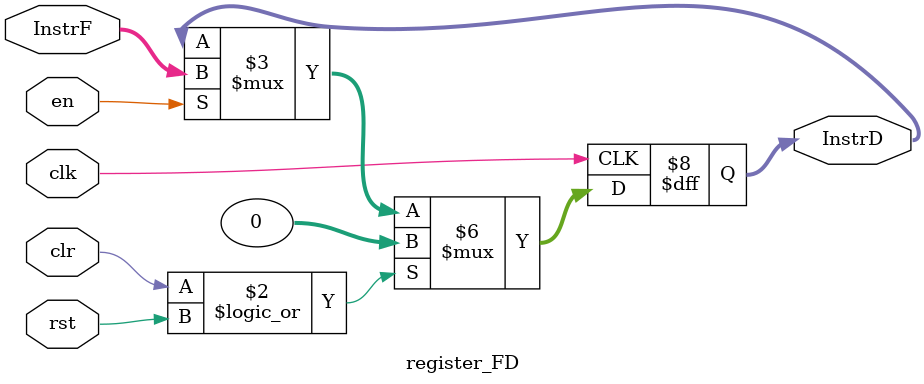
<source format=sv>
/*
Register between Fetch and Decode stages at the pipeline datapath.
Date: 27/08/24
Test bench ran: 29/08/24
*/
module register_FD # (parameter N = 32) (
		input  logic 		 clk,
		input  logic 		 rst,
		input  logic 		 en,		// StallD (from hazard_unit) /* neg enable */
		input  logic 		 clr,		// FlushD (from hazard_unit)
		input  logic [N-1:0] InstrF,	// InstrF (RD from instruction memory)  // L = InstrF / RG = instruction
		
		output logic [N-1:0] InstrD		// InstrD (to decode)
	);
					
	always_ff @ (posedge clk) begin

		if (clr || rst) begin
			InstrD <= 32'b0;
		end

		else if (en) begin
			InstrD <= InstrF;
		end

	end

endmodule

</source>
